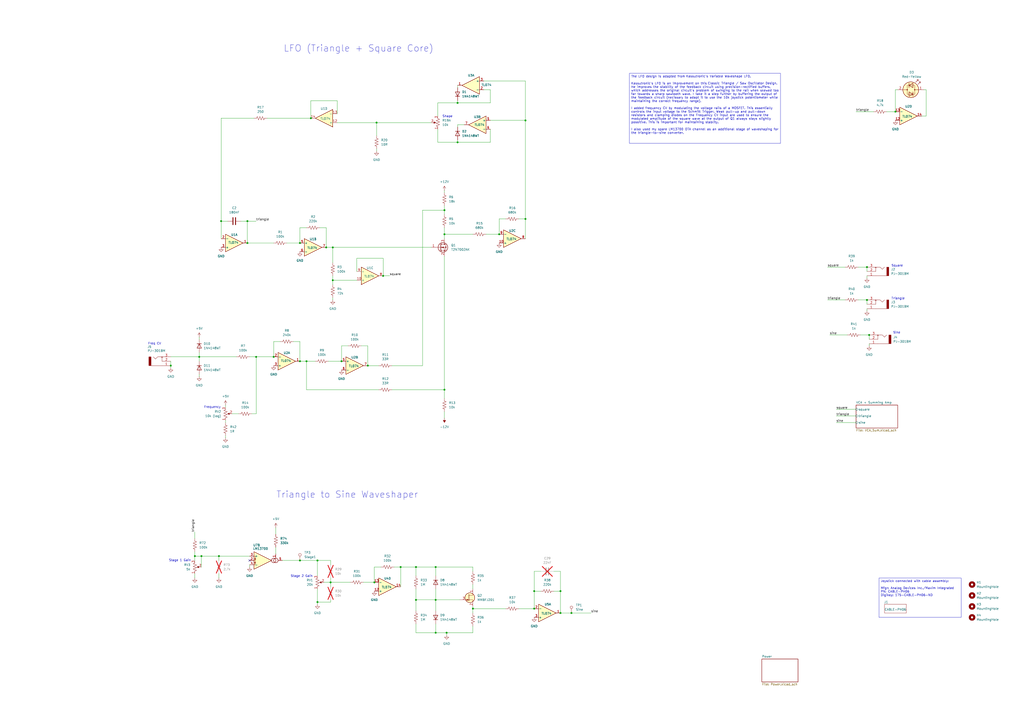
<source format=kicad_sch>
(kicad_sch (version 20250114) (generator "eeschema") (generator_version "9.0")
  (paper "A2")
  (lib_symbols
    (symbol "Amplifier_Operational:TL074" (pin_names (offset 0.127))
      (property "Reference" "U" (at 0 5.08 0))
      (property "Value" "TL074" (at 0 -5.08 0))
      (symbol "TL074_1_1"
        (pin input line (at -7.62 2.54 0) (length 2.54) (name "+") (number "3"))
        (pin input line (at -7.62 -2.54 0) (length 2.54) (name "-") (number "2"))
        (pin output line (at 7.62 0 180) (length 2.54) (name "~") (number "1"))
      )
      (symbol "TL074_2_1"
        (pin input line (at -7.62 2.54 0) (length 2.54) (name "+") (number "5"))
        (pin input line (at -7.62 -2.54 0) (length 2.54) (name "-") (number "6"))
        (pin output line (at 7.62 0 180) (length 2.54) (name "~") (number "7"))
      )
      (symbol "TL074_3_1"
        (pin input line (at -7.62 2.54 0) (length 2.54) (name "+") (number "10"))
        (pin input line (at -7.62 -2.54 0) (length 2.54) (name "-") (number "9"))
        (pin output line (at 7.62 0 180) (length 2.54) (name "~") (number "8"))
      )
      (symbol "TL074_4_1"
        (pin input line (at -7.62 2.54 0) (length 2.54) (name "+") (number "12"))
        (pin input line (at -7.62 -2.54 0) (length 2.54) (name "-") (number "13"))
        (pin output line (at 7.62 0 180) (length 2.54) (name "~") (number "14"))
      )
      (symbol "TL074_5_1"
        (pin power_in line (at -2.54 7.62 270) (length 3.81) (name "V+") (number "4"))
        (pin power_in line (at -2.54 -7.62 90) (length 3.81) (name "V-") (number "11"))
      )
    )
    (symbol "Connector:TestPoint" (pin_numbers (hide yes)) (pin_names (offset 0.762) (hide yes))
      (property "Reference" "TP" (at 0 6.858 0))
      (property "Value" "TestPoint" (at 0 5.08 0))
      (symbol "TestPoint_1_1"
        (pin passive line (at 0 0 90) (length 2.54) (name "1") (number "1"))
      )
    )
    (symbol "Device:C" (pin_numbers (hide yes)) (pin_names (offset 0.254))
      (property "Reference" "C" (at 0.635 2.54 0))
      (property "Value" "C" (at 0.635 -2.54 0))
      (symbol "C_1_1"
        (pin passive line (at 0 3.81 270) (length 2.794) (name "~") (number "1"))
        (pin passive line (at 0 -3.81 90) (length 2.794) (name "~") (number "2"))
      )
    )
    (symbol "Device:LED_Dual_Bidirectional" (pin_names (offset 0) (hide yes))
      (property "Reference" "D" (at 0 5.715 0))
      (property "Value" "LED_Dual_Bidirectional" (at 0 -6.35 0))
      (symbol "LED_Dual_Bidirectional_1_1"
        (pin input line (at -7.62 0 0) (length 3.048) (name "AK") (number "2"))
        (pin input line (at 7.62 0 180) (length 3.81) (name "KA") (number "1"))
      )
    )
    (symbol "Device:R_Potentiometer_US" (pin_names (offset 1.016) (hide yes))
      (property "Reference" "RV" (at -4.445 0 90))
      (property "Value" "R_Potentiometer_US" (at -2.54 0 90))
      (symbol "R_Potentiometer_US_1_1"
        (pin passive line (at 0 3.81 270) (length 1.27) (name "1") (number "1"))
        (pin passive line (at 0 -3.81 90) (length 1.27) (name "3") (number "3"))
        (pin passive line (at 3.81 0 180) (length 1.27) (name "2") (number "2"))
      )
    )
    (symbol "Device:R_US" (pin_numbers (hide yes)) (pin_names (offset 0))
      (property "Reference" "R" (at 2.54 0 90))
      (property "Value" "R_US" (at -2.54 0 90))
      (symbol "R_US_1_1"
        (pin passive line (at 0 3.81 270) (length 1.27) (name "~") (number "1"))
        (pin passive line (at 0 -3.81 90) (length 1.27) (name "~") (number "2"))
      )
    )
    (symbol "Diode:1N4148WT" (pin_numbers (hide yes)) (pin_names (hide yes))
      (property "Reference" "D" (at 0 2.54 0))
      (property "Value" "1N4148WT" (at 0 -2.54 0))
      (symbol "1N4148WT_1_1"
        (pin passive line (at -3.81 0 0) (length 2.54) (name "K") (number "1"))
        (pin passive line (at 3.81 0 180) (length 2.54) (name "A") (number "2"))
      )
    )
    (symbol "Mechanical:MountingHole" (pin_names (offset 1.016)) (exclude_from_sim yes) (in_bom no)
      (property "Reference" "H" (at 0 5.08 0))
      (property "Value" "MountingHole" (at 0 3.175 0))
    )
    (symbol "OspreyIntruments:3.5mm_TS_SW_End"
      (property "Reference" "J" (at -4.572 4.572 0))
      (property "Value" "PJ-301BM" (at 0 -4.064 0))
      (symbol "3.5mm_TS_SW_End_1_1"
        (pin passive line (at 7.62 2.54 180) (length 5.08) (name "T") (number "3"))
        (pin passive line (at 7.62 0 180) (length 5.08) (name "SW") (number "2"))
        (pin passive line (at 7.62 -2.54 180) (length 5.08) (name "S") (number "1"))
      )
    )
    (symbol "OspreyIntruments:CABLE-PH06" (on_board no)
      (property "Reference" "J" (at -4.572 4.064 0))
      (property "Value" "CABLE-PH06" (at 1.016 0 0))
    )
    (symbol "OspreyIntruments:JH-D202X-R4"
      (property "Reference" "R" (at 0.762 5.08 0))
      (property "Value" "10k" (at 1.27 2.794 0))
      (symbol "JH-D202X-R4_1_1"
        (pin passive line (at -2.54 0 0) (length 1.27) (name "3") (number "3"))
        (pin passive line (at 1.27 -3.81 90) (length 1.27) (name "2") (number "2"))
        (pin passive line (at 5.08 0 180) (length 1.27) (name "1") (number "1"))
      )
      (symbol "JH-D202X-R4_2_1"
        (pin passive line (at -2.54 0 0) (length 1.27) (name "6") (number "6"))
        (pin passive line (at 1.27 -3.81 90) (length 1.27) (name "5") (number "5"))
        (pin passive line (at 5.08 0 180) (length 1.27) (name "4") (number "4"))
      )
    )
    (symbol "OspreyIntruments:LM13700"
      (property "Reference" "U" (at -4.572 6.096 0))
      (property "Value" "LM13700" (at 3.81 -6.858 0))
      (symbol "LM13700_1_1"
        (pin input line (at -2.54 2.54 0) (length 2.54) (name "-") (number "13"))
        (pin input line (at -2.54 0 0) (length 2.54) (name "DIODE_BIAS") (number "15"))
        (pin input line (at -2.54 -2.54 0) (length 2.54) (name "+") (number "14"))
        (pin input line (at 12.7 -3.81 90) (length 2.54) (name "~") (number "16"))
        (pin output line (at 16.51 0 180) (length 2.54) (name "~") (number "12"))
      )
      (symbol "LM13700_2_1"
        (pin input line (at -2.54 2.54 0) (length 2.54) (name "-") (number "4"))
        (pin input line (at -2.54 0 0) (length 2.54) (name "DIODE_BIAS") (number "2"))
        (pin input line (at -2.54 -2.54 0) (length 2.54) (name "+") (number "3"))
        (pin input line (at 12.7 -3.81 90) (length 2.54) (name "~") (number "1"))
        (pin output line (at 16.51 0 180) (length 2.54) (name "~") (number "5"))
      )
      (symbol "LM13700_3_1"
        (text "V+" (at 0 3.81 0) (effects (font (size 1.27 1.27))))
        (pin input line (at -5.08 0 0) (length 3.81) (name "~") (number "10"))
        (pin output line (at 5.08 -2.54 180) (length 3.81) (name "~") (number "9"))
      )
      (symbol "LM13700_4_0"
        (text "V+" (at 0 3.81 0) (effects (font (size 1.27 1.27))))
      )
      (symbol "LM13700_4_1"
        (pin input line (at -5.08 0 0) (length 3.81) (name "~") (number "7"))
        (pin output line (at 5.08 -2.54 180) (length 3.81) (name "~") (number "8"))
      )
      (symbol "LM13700_5_1"
        (pin power_in line (at 0 7.62 270) (length 3.81) (name "V+") (number "11"))
        (pin power_in line (at 0 -7.62 90) (length 3.81) (name "V-") (number "6"))
      )
    )
    (symbol "PCM_Transistor_JFET_AKL:MMBFJ201" (pin_names (hide yes))
      (property "Reference" "Q" (at 5.08 1.27 0))
      (property "Value" "MMBFJ201" (at 5.08 -1.27 0))
      (symbol "MMBFJ201_1_1"
        (pin input line (at -5.08 -1.27 0) (length 4.4958) (name "G") (number "3"))
        (pin passive line (at 2.54 5.08 270) (length 2.54) (name "D") (number "1"))
        (pin passive line (at 2.54 -5.08 90) (length 2.54) (name "S") (number "2"))
      )
    )
    (symbol "Transistor_FET:T2N7002AK" (pin_names (hide yes))
      (property "Reference" "Q" (at 5.08 1.905 0))
      (property "Value" "T2N7002AK" (at 5.08 0 0))
      (symbol "T2N7002AK_1_1"
        (pin input line (at -5.08 0 0) (length 2.54) (name "G") (number "1"))
        (pin passive line (at 2.54 5.08 270) (length 2.54) (name "D") (number "3"))
        (pin passive line (at 2.54 -5.08 90) (length 2.54) (name "S") (number "2"))
      )
    )
    (symbol "power:+12V" (power) (pin_numbers (hide yes)) (pin_names (offset 0) (hide yes))
      (property "Value" "+12V" (at 0 3.556 0))
      (symbol "+12V_1_1"
        (pin power_in line (at 0 0 90) (length 0) (name "~") (number "1"))
      )
    )
    (symbol "power:+5V" (power) (pin_numbers (hide yes)) (pin_names (offset 0) (hide yes))
      (property "Value" "+5V" (at 0 3.556 0))
      (symbol "+5V_1_1"
        (pin power_in line (at 0 0 90) (length 0) (name "~") (number "1"))
      )
    )
    (symbol "power:-12V" (power) (pin_numbers (hide yes)) (pin_names (offset 0) (hide yes))
      (property "Value" "-12V" (at 0 3.556 0))
      (symbol "-12V_0_0"
        (pin power_in line (at 0 0 90) (length 0) (name "~") (number "1"))
      )
    )
    (symbol "power:GND" (power) (pin_numbers (hide yes)) (pin_names (offset 0) (hide yes))
      (property "Value" "GND" (at 0 -3.81 0))
      (symbol "GND_1_1"
        (pin power_in line (at 0 0 270) (length 0) (name "~") (number "1"))
      )
    )
  )
  (text "Stage 1 Gain" (at 104.394 325.12 0) (effects (font (size 1.27 1.27))))
  (text "Shape" (at 259.588 67.564 0) (effects (font (size 1.27 1.27))))
  (text "Kassutronic's Variable Waveshape LFO." (at 416.814 44.45 0) (effects (font (size 1.27 1.27))))
  (text "Classic Triangle / Saw Oscillator Design." (at 430.784 48.514 0) (effects (font (size 1.27 1.27))))
  (text "Triangle" (at 520.954 173.228 0) (effects (font (size 1.27 1.27))))
  (text "Stage 2 Gain" (at 175.006 334.264 0) (effects (font (size 1.27 1.27))))
  (text "Sine" (at 520.192 193.04 0) (effects (font (size 1.27 1.27))))
  (text "Freq CV" (at 89.662 199.39 0) (effects (font (size 1.27 1.27))))
  (text "Frequency\n" (at 123.19 236.22 0) (effects (font (size 1.27 1.27))))
  (text "Triangle to Sine Waveshaper" (at 201.422 287.02 0) (effects (font (size 3.81 3.81))))
  (text "LFO (Triangle + Square Core)" (at 208.026 28.194 0) (effects (font (size 3.81 3.81))))
  (text "Square" (at 520.446 154.178 0) (effects (font (size 1.27 1.27))))
  (text_box "Joystick connected with cable assembly:\n\nMfgr: Analog Devices Inc./Maxim Integrated\nPN: CABLE-PH06\nDigikey: 175-CABLE-PH06-ND" (at 509.905 335.28 0) (size 47.625 22.86) (margins 0.9525 0.9525 0.9525 0.9525) (effects (font (size 1.27 1.27)) (justify left top)))
  (text_box "The LFO design is adapted from \n\nKassutronic's LFO is an improvement on this\nHe improves the stability of the feedback circuit using precision-rectified buffers, which addresses the original circuit's problem of swinging to the rail when skewed too far towards a sharp sawtooth wave. I take it a step further by buffering the output of the feedback circuit (necissary to adapt it to use the 10k joystick potentiometer while maintaining the correct frequency range).\n\nI added frequency CV by modulating the voltage rails of a MOSFET. This essentially controls the input voltage to the Schmitt Trigger. Weak pull-up and pull-down resistors and clamping diodes on the Frequency CV input are used to ensure the modulated amplitude of the square wave at the output of Q1 always stays slightly possitive. This is important for maintaining stablity. \n\nI also used my spare LM13700 OTA channel as an additional stage of waveshaping for the triangle-to-sine converter.\n\n" (at 365.125 42.545 0) (size 87.63 40.64) (margins 0.9525 0.9525 0.9525 0.9525) (effects (font (size 1.27 1.27)) (justify left top)))
  (junction (at 252.73 367.03))
  (junction (at 252.73 347.98))
  (junction (at 504.19 194.31))
  (junction (at 148.59 207.01))
  (junction (at 193.04 143.51))
  (junction (at 213.36 212.09))
  (junction (at 265.43 59.69))
  (junction (at 184.15 325.12))
  (junction (at 252.73 328.93))
  (junction (at 257.81 121.92))
  (junction (at 113.03 322.58))
  (junction (at 502.92 154.94))
  (junction (at 257.81 135.89))
  (junction (at 173.99 140.97))
  (junction (at 265.43 82.55))
  (junction (at 222.25 160.02))
  (junction (at 309.88 353.06))
  (junction (at 198.12 209.55))
  (junction (at 304.8 69.85))
  (junction (at 304.8 127))
  (junction (at 184.15 349.25))
  (junction (at 232.41 328.93))
  (junction (at 158.75 207.01))
  (junction (at 173.99 209.55))
  (junction (at 143.51 128.27))
  (junction (at 128.27 128.27))
  (junction (at 99.06 212.09))
  (junction (at 177.8 209.55))
  (junction (at 257.81 226.06))
  (junction (at 502.92 173.99))
  (junction (at 116.84 322.58))
  (junction (at 189.23 143.51))
  (junction (at 143.51 140.97))
  (junction (at 289.56 135.89))
  (junction (at 309.88 342.9))
  (junction (at 193.04 162.56))
  (junction (at 191.77 337.82))
  (junction (at 241.3 328.93))
  (junction (at 259.08 367.03))
  (junction (at 331.47 355.6))
  (junction (at 127 322.58))
  (junction (at 274.32 353.06))
  (junction (at 325.12 355.6))
  (junction (at 241.3 347.98))
  (junction (at 325.12 342.9))
  (junction (at 519.43 64.77))
  (junction (at 180.34 68.58))
  (junction (at 217.17 337.82))
  (junction (at 173.99 325.12))
  (junction (at 115.57 207.01))
  (junction (at 218.44 71.12))
  (no_connect (at 144.78 325.12))
  (wire (pts (xy 146.05 240.03) (xy 148.59 240.03)))
  (wire (pts (xy 284.48 52.07) (xy 284.48 59.69)))
  (wire (pts (xy 163.83 325.12) (xy 173.99 325.12)))
  (wire (pts (xy 113.03 308.61) (xy 113.03 312.42)))
  (wire (pts (xy 193.04 173.99) (xy 193.04 172.72)))
  (wire (pts (xy 481.33 194.31) (xy 491.49 194.31)))
  (wire (pts (xy 252.73 328.93) (xy 241.3 328.93)))
  (wire (pts (xy 304.8 127) (xy 304.8 138.43)))
  (wire (pts (xy 257.81 135.89) (xy 257.81 138.43)))
  (wire (pts (xy 252.73 328.93) (xy 252.73 334.01)))
  (wire (pts (xy 257.81 132.08) (xy 257.81 135.89)))
  (wire (pts (xy 195.58 71.12) (xy 218.44 71.12)))
  (wire (pts (xy 480.06 154.94) (xy 490.22 154.94)))
  (wire (pts (xy 325.12 331.47) (xy 325.12 342.9)))
  (wire (pts (xy 158.75 198.12) (xy 158.75 207.01)))
  (wire (pts (xy 173.99 209.55) (xy 177.8 209.55)))
  (wire (pts (xy 502.92 161.29) (xy 502.92 160.02)))
  (wire (pts (xy 191.77 337.82) (xy 203.2 337.82)))
  (wire (pts (xy 241.3 341.63) (xy 241.3 347.98)))
  (wire (pts (xy 207.01 157.48) (xy 207.01 149.86)))
  (wire (pts (xy 173.99 325.12) (xy 184.15 325.12)))
  (wire (pts (xy 537.21 67.31) (xy 534.67 67.31)))
  (wire (pts (xy 480.06 173.99) (xy 490.22 173.99)))
  (wire (pts (xy 537.21 52.07) (xy 537.21 67.31)))
  (wire (pts (xy 184.15 349.25) (xy 184.15 350.52)))
  (wire (pts (xy 274.32 331.47) (xy 274.32 328.93)))
  (wire (pts (xy 148.59 240.03) (xy 148.59 207.01)))
  (wire (pts (xy 227.33 226.06) (xy 257.81 226.06)))
  (wire (pts (xy 245.11 212.09) (xy 245.11 121.92)))
  (wire (pts (xy 519.43 64.77) (xy 519.43 52.07)))
  (wire (pts (xy 257.81 119.38) (xy 257.81 121.92)))
  (wire (pts (xy 257.81 226.06) (xy 257.81 231.14)))
  (wire (pts (xy 241.3 367.03) (xy 252.73 367.03)))
  (wire (pts (xy 177.8 226.06) (xy 177.8 209.55)))
  (wire (pts (xy 274.32 328.93) (xy 252.73 328.93)))
  (wire (pts (xy 257.81 238.76) (xy 257.81 242.57)))
  (wire (pts (xy 497.84 154.94) (xy 502.92 154.94)))
  (wire (pts (xy 189.23 132.08) (xy 189.23 143.51)))
  (wire (pts (xy 191.77 325.12) (xy 184.15 325.12)))
  (wire (pts (xy 147.32 68.58) (xy 128.27 68.58)))
  (wire (pts (xy 504.19 200.66) (xy 504.19 199.39)))
  (wire (pts (xy 274.32 135.89) (xy 257.81 135.89)))
  (wire (pts (xy 252.73 361.95) (xy 252.73 367.03)))
  (wire (pts (xy 170.18 198.12) (xy 173.99 198.12)))
  (wire (pts (xy 191.77 327.66) (xy 191.77 325.12)))
  (wire (pts (xy 284.48 59.69) (xy 265.43 59.69)))
  (wire (pts (xy 143.51 128.27) (xy 148.59 128.27)))
  (wire (pts (xy 499.11 194.31) (xy 504.19 194.31)))
  (wire (pts (xy 502.92 180.34) (xy 502.92 179.07)))
  (wire (pts (xy 209.55 200.66) (xy 213.36 200.66)))
  (wire (pts (xy 193.04 162.56) (xy 193.04 160.02)))
  (wire (pts (xy 265.43 81.28) (xy 265.43 82.55)))
  (wire (pts (xy 160.02 306.07) (xy 160.02 309.88)))
  (wire (pts (xy 241.3 361.95) (xy 241.3 367.03)))
  (wire (pts (xy 116.84 322.58) (xy 113.03 322.58)))
  (wire (pts (xy 274.32 367.03) (xy 274.32 363.22)))
  (wire (pts (xy 257.81 121.92) (xy 257.81 124.46)))
  (wire (pts (xy 218.44 86.36) (xy 218.44 87.63)))
  (wire (pts (xy 293.37 127) (xy 289.56 127)))
  (wire (pts (xy 127 325.12) (xy 127 322.58)))
  (wire (pts (xy 289.56 127) (xy 289.56 135.89)))
  (wire (pts (xy 116.84 322.58) (xy 127 322.58)))
  (wire (pts (xy 257.81 226.06) (xy 257.81 148.59)))
  (wire (pts (xy 213.36 200.66) (xy 213.36 212.09)))
  (wire (pts (xy 497.84 173.99) (xy 502.92 173.99)))
  (wire (pts (xy 127 332.74) (xy 127 335.28)))
  (wire (pts (xy 115.57 207.01) (xy 137.16 207.01)))
  (wire (pts (xy 284.48 52.07) (xy 280.67 52.07)))
  (wire (pts (xy 537.21 52.07) (xy 535.94 52.07)))
  (wire (pts (xy 201.93 200.66) (xy 198.12 200.66)))
  (wire (pts (xy 280.67 46.99) (xy 304.8 46.99)))
  (wire (pts (xy 190.5 209.55) (xy 198.12 209.55)))
  (wire (pts (xy 166.37 140.97) (xy 173.99 140.97)))
  (wire (pts (xy 220.98 328.93) (xy 217.17 328.93)))
  (wire (pts (xy 257.81 110.49) (xy 257.81 111.76)))
  (wire (pts (xy 300.99 353.06) (xy 309.88 353.06)))
  (wire (pts (xy 485.14 245.11) (xy 496.57 245.11)))
  (wire (pts (xy 130.81 252.73) (xy 130.81 254)))
  (wire (pts (xy 313.69 331.47) (xy 309.88 331.47)))
  (wire (pts (xy 222.25 160.02) (xy 226.06 160.02)))
  (wire (pts (xy 325.12 342.9) (xy 325.12 355.6)))
  (wire (pts (xy 180.34 58.42) (xy 180.34 68.58)))
  (wire (pts (xy 113.03 320.04) (xy 113.03 322.58)))
  (wire (pts (xy 130.81 234.95) (xy 130.81 236.22)))
  (wire (pts (xy 195.58 58.42) (xy 195.58 66.04)))
  (wire (pts (xy 99.06 207.01) (xy 115.57 207.01)))
  (wire (pts (xy 115.57 204.47) (xy 115.57 207.01)))
  (wire (pts (xy 227.33 212.09) (xy 245.11 212.09)))
  (wire (pts (xy 222.25 149.86) (xy 222.25 160.02)))
  (wire (pts (xy 232.41 328.93) (xy 232.41 340.36)))
  (wire (pts (xy 213.36 212.09) (xy 219.71 212.09)))
  (wire (pts (xy 218.44 71.12) (xy 250.19 71.12)))
  (wire (pts (xy 162.56 198.12) (xy 158.75 198.12)))
  (wire (pts (xy 502.92 154.94) (xy 502.92 157.48)))
  (wire (pts (xy 128.27 128.27) (xy 128.27 138.43)))
  (wire (pts (xy 265.43 82.55) (xy 254 82.55)))
  (wire (pts (xy 130.81 243.84) (xy 130.81 245.11)))
  (wire (pts (xy 193.04 162.56) (xy 193.04 165.1)))
  (wire (pts (xy 177.8 209.55) (xy 182.88 209.55)))
  (wire (pts (xy 309.88 331.47) (xy 309.88 342.9)))
  (wire (pts (xy 184.15 325.12) (xy 184.15 334.01)))
  (wire (pts (xy 217.17 328.93) (xy 217.17 337.82)))
  (wire (pts (xy 265.43 59.69) (xy 254 59.69)))
  (wire (pts (xy 191.77 337.82) (xy 191.77 340.36)))
  (wire (pts (xy 218.44 71.12) (xy 218.44 78.74)))
  (wire (pts (xy 485.14 241.3) (xy 496.57 241.3)))
  (wire (pts (xy 284.48 69.85) (xy 304.8 69.85)))
  (wire (pts (xy 219.71 226.06) (xy 177.8 226.06)))
  (wire (pts (xy 207.01 149.86) (xy 222.25 149.86)))
  (wire (pts (xy 300.99 127) (xy 304.8 127)))
  (wire (pts (xy 245.11 121.92) (xy 257.81 121.92)))
  (wire (pts (xy 128.27 68.58) (xy 128.27 128.27)))
  (wire (pts (xy 115.57 217.17) (xy 115.57 218.44)))
  (wire (pts (xy 274.32 353.06) (xy 293.37 353.06)))
  (wire (pts (xy 113.03 332.74) (xy 113.03 335.28)))
  (wire (pts (xy 313.69 342.9) (xy 309.88 342.9)))
  (wire (pts (xy 259.08 367.03) (xy 259.08 368.3)))
  (wire (pts (xy 173.99 198.12) (xy 173.99 209.55)))
  (wire (pts (xy 254 59.69) (xy 254 67.31)))
  (wire (pts (xy 321.31 342.9) (xy 325.12 342.9)))
  (wire (pts (xy 252.73 347.98) (xy 241.3 347.98)))
  (wire (pts (xy 284.48 82.55) (xy 265.43 82.55)))
  (wire (pts (xy 193.04 143.51) (xy 250.19 143.51)))
  (wire (pts (xy 132.08 128.27) (xy 128.27 128.27)))
  (wire (pts (xy 185.42 132.08) (xy 189.23 132.08)))
  (wire (pts (xy 309.88 342.9) (xy 309.88 353.06)))
  (wire (pts (xy 504.19 194.31) (xy 504.19 196.85)))
  (wire (pts (xy 496.57 64.77) (xy 506.73 64.77)))
  (wire (pts (xy 254 82.55) (xy 254 74.93)))
  (wire (pts (xy 127 322.58) (xy 144.78 322.58)))
  (wire (pts (xy 514.35 64.77) (xy 519.43 64.77)))
  (wire (pts (xy 193.04 143.51) (xy 193.04 152.4)))
  (wire (pts (xy 325.12 355.6) (xy 331.47 355.6)))
  (wire (pts (xy 252.73 347.98) (xy 252.73 354.33)))
  (wire (pts (xy 184.15 341.63) (xy 184.15 349.25)))
  (wire (pts (xy 198.12 200.66) (xy 198.12 209.55)))
  (wire (pts (xy 228.6 328.93) (xy 232.41 328.93)))
  (wire (pts (xy 281.94 135.89) (xy 289.56 135.89)))
  (wire (pts (xy 241.3 328.93) (xy 232.41 328.93)))
  (wire (pts (xy 265.43 58.42) (xy 265.43 59.69)))
  (wire (pts (xy 241.3 347.98) (xy 241.3 354.33)))
  (wire (pts (xy 144.78 328.93) (xy 144.78 327.66)))
  (wire (pts (xy 160.02 317.5) (xy 160.02 321.31)))
  (wire (pts (xy 210.82 337.82) (xy 217.17 337.82)))
  (wire (pts (xy 115.57 195.58) (xy 115.57 196.85)))
  (wire (pts (xy 304.8 69.85) (xy 304.8 127)))
  (wire (pts (xy 116.84 322.58) (xy 116.84 328.93)))
  (wire (pts (xy 502.92 173.99) (xy 502.92 176.53)))
  (wire (pts (xy 485.14 237.49) (xy 496.57 237.49)))
  (wire (pts (xy 331.47 355.6) (xy 342.9 355.6)))
  (wire (pts (xy 143.51 140.97) (xy 158.75 140.97)))
  (wire (pts (xy 265.43 49.53) (xy 265.43 50.8)))
  (wire (pts (xy 115.57 207.01) (xy 115.57 209.55)))
  (wire (pts (xy 259.08 367.03) (xy 274.32 367.03)))
  (wire (pts (xy 177.8 132.08) (xy 173.99 132.08)))
  (wire (pts (xy 134.62 240.03) (xy 138.43 240.03)))
  (wire (pts (xy 184.15 349.25) (xy 191.77 349.25)))
  (wire (pts (xy 269.24 72.39) (xy 265.43 72.39)))
  (wire (pts (xy 139.7 128.27) (xy 143.51 128.27)))
  (wire (pts (xy 187.96 337.82) (xy 191.77 337.82)))
  (wire (pts (xy 180.34 58.42) (xy 195.58 58.42)))
  (wire (pts (xy 207.01 162.56) (xy 193.04 162.56)))
  (wire (pts (xy 274.32 351.79) (xy 274.32 353.06)))
  (wire (pts (xy 99.06 212.09) (xy 99.06 213.36)))
  (wire (pts (xy 266.7 347.98) (xy 252.73 347.98)))
  (wire (pts (xy 252.73 341.63) (xy 252.73 347.98)))
  (wire (pts (xy 274.32 353.06) (xy 274.32 355.6)))
  (wire (pts (xy 143.51 128.27) (xy 143.51 140.97)))
  (wire (pts (xy 304.8 46.99) (xy 304.8 69.85)))
  (wire (pts (xy 519.43 52.07) (xy 520.7 52.07)))
  (wire (pts (xy 284.48 74.93) (xy 284.48 82.55)))
  (wire (pts (xy 144.78 207.01) (xy 148.59 207.01)))
  (wire (pts (xy 99.06 209.55) (xy 99.06 212.09)))
  (wire (pts (xy 113.03 322.58) (xy 113.03 325.12)))
  (wire (pts (xy 265.43 72.39) (xy 265.43 73.66)))
  (wire (pts (xy 241.3 328.93) (xy 241.3 334.01)))
  (wire (pts (xy 148.59 207.01) (xy 158.75 207.01)))
  (wire (pts (xy 321.31 331.47) (xy 325.12 331.47)))
  (wire (pts (xy 193.04 143.51) (xy 189.23 143.51)))
  (wire (pts (xy 191.77 335.28) (xy 191.77 337.82)))
  (wire (pts (xy 252.73 367.03) (xy 259.08 367.03)))
  (wire (pts (xy 274.32 341.63) (xy 274.32 339.09)))
  (wire (pts (xy 173.99 132.08) (xy 173.99 140.97)))
  (wire (pts (xy 154.94 68.58) (xy 180.34 68.58)))
  (wire (pts (xy 191.77 347.98) (xy 191.77 349.25)))
  (label "triangle" (at 113.03 308.61 90))
  (label "triangle" (at 480.06 173.99 0))
  (label "triangle" (at 496.57 64.77 0))
  (label "triangle" (at 148.59 128.27 0))
  (label "square" (at 226.06 160.02 0))
  (label "sine" (at 481.33 194.31 0))
  (label "triangle" (at 485.14 241.3 0))
  (label "sine" (at 485.14 245.11 0))
  (label "square" (at 485.14 237.49 0))
  (label "sine" (at 342.9 355.6 0))
  (label "square" (at 480.06 154.94 0))
  (symbol (lib_id "Device:R_US") (at 317.5 342.9 90) (unit 1)
    (property "Reference" "R38" (at 317.5 336.55 90))
    (property "Value" "220k" (at 317.5 339.09 90))
    (property "Description" "Resistor, US symbol" (effects (hide yes)))
  )
  (symbol (lib_id "Connector:TestPoint") (at 331.47 355.6 0) (unit 1)
    (property "Reference" "TP1" (at 334.01 351.0279 0) (effects (justify left)))
    (property "Value" "Sine" (at 334.01 353.5679 0) (effects (justify left)))
    (property "Footprint" "Osprey:5016" (effects (hide yes)))
    (property "Datasheet" "https://www.keyelco.com/userAssets/file/M65p55.pdf" (effects (hide yes)))
    (property "Description" "test point" (effects (hide yes)))
    (property "Manufacturer" "Keystone Electronics" (effects (hide yes)))
    (property "Part Number" "5016" (effects (hide yes)))
  )
  (symbol (lib_id "power:GND") (at 130.81 254 0) (unit 1)
    (property "Reference" "#PWR030" (effects (hide yes)))
    (property "Value" "GND" (at 130.81 259.08 0))
    (property "Description" "Power symbol creates a global label with name \"GND\" , ground" (effects (hide yes)))
  )
  (symbol (lib_id "OspreyIntruments:LM13700") (at 147.32 325.12 0) (mirror x) (unit 2)
    (property "Reference" "U7" (at 148.844 316.23 0))
    (property "Value" "LM13700" (at 151.13 318.262 0))
    (property "Footprint" "Package_SO:SOIC-16_3.9x9.9mm_P1.27mm" (effects (hide yes)))
    (property "Datasheet" "https://rocelec.widen.net/view/pdf/i0whh3ljrz/snosbw2f.pdf?t.download=true&u=5oefqw" (effects (hide yes)))
    (property "Description" "IC OPAMP TRANSCOND 2 CIRC 16SOIC" (effects (hide yes)))
    (property "Manufacturer" "Texas Instruments" (effects (hide yes)))
    (property "Part Number" "LM13700MX/NOPB" (effects (hide yes)))
  )
  (symbol (lib_id "Amplifier_Operational:TL074") (at 527.05 67.31 0) (mirror x) (unit 4)
    (property "Reference" "U2" (at 527.05 61.722 0))
    (property "Value" "TL074" (at 526.288 67.564 0))
    (property "Datasheet" "http://www.ti.com/lit/ds/symlink/tl071.pdf" (effects (hide yes)))
    (property "Description" "Quad Low-Noise JFET-Input Operational Amplifiers, DIP-14/SOIC-14" (effects (hide yes)))
  )
  (symbol (lib_id "Device:R_US") (at 193.04 156.21 180) (unit 1)
    (property "Reference" "R3" (at 195.58 154.9399 0) (effects (justify right)))
    (property "Value" "100k" (at 195.58 157.4799 0) (effects (justify right)))
    (property "Description" "Resistor, US symbol" (effects (hide yes)))
  )
  (symbol (lib_id "Diode:1N4148WT") (at 252.73 358.14 90) (unit 1)
    (property "Reference" "D9" (at 255.27 356.8699 90) (effects (justify right)))
    (property "Value" "1N4148WT" (at 255.27 359.4099 90) (effects (justify right)))
    (property "Footprint" "Diode_SMD:D_SOD-523" (effects (hide yes)))
    (property "Datasheet" "https://www.diodes.com/assets/Datasheets/ds30396.pdf" (effects (hide yes)))
    (property "Description" "75V 0.15A Fast switching Diode, SOD-523" (effects (hide yes)))
    (property "Sim.Device" "D" (effects (hide yes)))
    (property "Sim.Pins" "1=K 2=A" (effects (hide yes)))
  )
  (symbol (lib_id "Device:R_US") (at 257.81 115.57 180) (unit 1)
    (property "Reference" "R6" (at 260.35 114.2999 0) (effects (justify right)))
    (property "Value" "18k" (at 260.35 116.8399 0) (effects (justify right)))
    (property "Description" "Resistor, US symbol" (effects (hide yes)))
  )
  (symbol (lib_id "OspreyIntruments:3.5mm_TS_SW_End") (at 510.54 176.53 0) (mirror y) (unit 1)
    (property "Reference" "J3" (at 516.89 175.2599 0) (effects (justify right)))
    (property "Value" "PJ-301BM" (at 516.89 177.7999 0) (effects (justify right)))
    (property "Footprint" "Osprey:PJ-301BM" (effects (hide yes)))
    (property "Datasheet" "http://www.taydaelectronics.com/datasheets/files/A-2566.pdf" (effects (hide yes)))
    (property "Description" "PJ-301BM 3.5mm Mono Phone Jack" (effects (hide yes)))
    (property "Manufacturer" "TAYDA" (effects (hide yes)))
    (property "Part Number" "PJ-301BM" (effects (hide yes)))
    (property "Distributor" "TAYDA" (effects (hide yes)))
    (property "SKU" " A-2566" (effects (hide yes)))
  )
  (symbol (lib_id "Amplifier_Operational:TL074") (at 214.63 160.02 0) (mirror x) (unit 3)
    (property "Reference" "U1" (at 214.63 155.448 0))
    (property "Value" "TL074" (at 214.122 160.274 0))
    (property "Datasheet" "http://www.ti.com/lit/ds/symlink/tl071.pdf" (effects (hide yes)))
    (property "Description" "Quad Low-Noise JFET-Input Operational Amplifiers, DIP-14/SOIC-14" (effects (hide yes)))
  )
  (symbol (lib_id "power:-12V") (at 257.81 242.57 180) (unit 1)
    (property "Reference" "#PWR09" (effects (hide yes)))
    (property "Value" "-12V" (at 257.81 247.65 0))
    (property "Description" "Power symbol creates a global label with name \"-12V\"" (effects (hide yes)))
  )
  (symbol (lib_id "Mechanical:MountingHole") (at 563.88 345.44 0) (unit 1) (exclude_from_sim yes) (in_bom no)
    (property "Reference" "H2" (at 566.42 344.1699 0) (effects (justify left)))
    (property "Value" "MountingHole" (at 566.42 346.7099 0) (effects (justify left)))
    (property "Footprint" "MountingHole:MountingHole_3.2mm_M3_ISO7380_Pad" (effects (hide yes)))
    (property "Description" "Mounting Hole without connection" (effects (hide yes)))
  )
  (symbol (lib_id "Device:R_US") (at 191.77 331.47 180) (unit 1) (dnp yes)
    (property "Reference" "R29" (at 194.31 330.1999 0) (effects (justify right)))
    (property "Value" "10k" (at 194.31 332.7399 0) (effects (justify right)))
    (property "Description" "Resistor, US symbol" (effects (hide yes)))
  )
  (symbol (lib_id "power:GND") (at 502.92 180.34 0) (unit 1)
    (property "Reference" "#PWR025" (effects (hide yes)))
    (property "Value" "GND" (at 502.92 185.42 0))
    (property "Description" "Power symbol creates a global label with name \"GND\" , ground" (effects (hide yes)))
  )
  (symbol (lib_id "Amplifier_Operational:TL074") (at 187.96 68.58 180) (unit 4)
    (property "Reference" "U1" (at 187.96 62.992 0))
    (property "Value" "TL074" (at 188.722 68.834 0))
    (property "Datasheet" "http://www.ti.com/lit/ds/symlink/tl071.pdf" (effects (hide yes)))
    (property "Description" "Quad Low-Noise JFET-Input Operational Amplifiers, DIP-14/SOIC-14" (effects (hide yes)))
  )
  (symbol (lib_id "Device:R_US") (at 494.03 173.99 90) (unit 1)
    (property "Reference" "R40" (at 494.03 167.64 90))
    (property "Value" "1k" (at 494.03 170.18 90))
    (property "Description" "Resistor, US symbol" (effects (hide yes)))
  )
  (symbol (lib_id "Device:R_US") (at 257.81 234.95 180) (unit 1)
    (property "Reference" "R13" (at 260.35 233.6799 0) (effects (justify right)))
    (property "Value" "10k" (at 260.35 236.2199 0) (effects (justify right)))
    (property "Description" "Resistor, US symbol" (effects (hide yes)))
  )
  (symbol (lib_id "Device:R_US") (at 151.13 68.58 90) (unit 1)
    (property "Reference" "R17" (at 151.13 62.23 90))
    (property "Value" "250" (at 151.13 64.77 90))
    (property "Description" "Resistor, US symbol" (effects (hide yes)))
  )
  (symbol (lib_id "Device:R_US") (at 274.32 359.41 180) (unit 1)
    (property "Reference" "R36" (at 276.86 358.1399 0) (effects (justify right)))
    (property "Value" "1k" (at 276.86 360.6799 0) (effects (justify right)))
    (property "Description" "Resistor, US symbol" (effects (hide yes)))
  )
  (symbol (lib_id "Device:R_US") (at 207.01 337.82 90) (unit 1)
    (property "Reference" "R31" (at 207.01 331.47 90))
    (property "Value" "100k" (at 207.01 334.01 90))
    (property "Description" "Resistor, US symbol" (effects (hide yes)))
  )
  (symbol (lib_id "power:GND") (at 99.06 213.36 0) (unit 1)
    (property "Reference" "#PWR027" (effects (hide yes)))
    (property "Value" "GND" (at 99.06 218.44 0))
    (property "Description" "Power symbol creates a global label with name \"GND\" , ground" (effects (hide yes)))
  )
  (symbol (lib_id "Device:R_US") (at 166.37 198.12 90) (unit 1)
    (property "Reference" "R8" (at 166.37 191.77 90))
    (property "Value" "240k" (at 166.37 194.31 90))
    (property "Description" "Resistor, US symbol" (effects (hide yes)))
  )
  (symbol (lib_id "Device:R_US") (at 510.54 64.77 90) (unit 1)
    (property "Reference" "R18" (at 510.54 58.42 90))
    (property "Value" "4.7k" (at 510.54 60.96 90))
    (property "Description" "Resistor, US symbol" (effects (hide yes)))
  )
  (symbol (lib_id "Device:R_US") (at 297.18 127 90) (unit 1)
    (property "Reference" "R16" (at 297.18 120.65 90))
    (property "Value" "680k" (at 297.18 123.19 90))
    (property "Description" "Resistor, US symbol" (effects (hide yes)))
  )
  (symbol (lib_id "Mechanical:MountingHole") (at 563.88 351.79 0) (unit 1) (exclude_from_sim yes) (in_bom no)
    (property "Reference" "H3" (at 566.42 350.5199 0) (effects (justify left)))
    (property "Value" "MountingHole" (at 566.42 353.0599 0) (effects (justify left)))
    (property "Footprint" "MountingHole:MountingHole_3.2mm_M3_ISO7380_Pad" (effects (hide yes)))
    (property "Description" "Mounting Hole without connection" (effects (hide yes)))
  )
  (symbol (lib_id "Device:C") (at 317.5 331.47 90) (unit 1) (dnp yes)
    (property "Reference" "C29" (at 317.5 323.85 90))
    (property "Value" "22nF" (at 317.5 326.39 90))
    (property "Description" "Unpolarized capacitor" (effects (hide yes)))
  )
  (symbol (lib_id "Device:R_US") (at 127 328.93 180) (unit 1) (dnp yes)
    (property "Reference" "R73" (at 129.54 327.6599 0) (effects (justify right)))
    (property "Value" "2.7k" (at 129.54 330.1999 0) (effects (justify right)))
    (property "Description" "Resistor, US symbol" (effects (hide yes)))
  )
  (symbol (lib_id "power:GND") (at 158.75 212.09 0) (unit 1)
    (property "Reference" "#PWR07" (effects (hide yes)))
    (property "Value" "GND" (at 158.75 217.17 0))
    (property "Description" "Power symbol creates a global label with name \"GND\" , ground" (effects (hide yes)))
  )
  (symbol (lib_id "power:GND") (at 289.56 140.97 0) (unit 1)
    (property "Reference" "#PWR010" (effects (hide yes)))
    (property "Value" "GND" (at 289.56 146.05 0))
    (property "Description" "Power symbol creates a global label with name \"GND\" , ground" (effects (hide yes)))
  )
  (symbol (lib_id "power:GND") (at 193.04 173.99 0) (unit 1)
    (property "Reference" "#PWR03" (effects (hide yes)))
    (property "Value" "GND" (at 193.04 179.07 0))
    (property "Description" "Power symbol creates a global label with name \"GND\" , ground" (effects (hide yes)))
  )
  (symbol (lib_id "Device:R_US") (at 241.3 337.82 180) (unit 1)
    (property "Reference" "R33" (at 243.84 336.5499 0) (effects (justify right)))
    (property "Value" "1M" (at 243.84 339.0899 0) (effects (justify right)))
    (property "Description" "Resistor, US symbol" (effects (hide yes)))
  )
  (symbol (lib_id "power:GND") (at 173.99 146.05 0) (unit 1)
    (property "Reference" "#PWR02" (effects (hide yes)))
    (property "Value" "GND" (at 173.99 151.13 0))
    (property "Description" "Power symbol creates a global label with name \"GND\" , ground" (effects (hide yes)))
  )
  (symbol (lib_id "power:+5V") (at 115.57 195.58 0) (unit 1)
    (property "Reference" "#PWR029" (effects (hide yes)))
    (property "Value" "+5V" (at 115.57 190.5 0))
    (property "Description" "Power symbol creates a global label with name \"+5V\"" (effects (hide yes)))
  )
  (symbol (lib_id "Amplifier_Operational:TL074") (at 205.74 212.09 0) (unit 2)
    (property "Reference" "U2" (at 205.74 207.264 0))
    (property "Value" "TL074" (at 205.232 212.344 0))
    (property "Datasheet" "http://www.ti.com/lit/ds/symlink/tl071.pdf" (effects (hide yes)))
    (property "Description" "Quad Low-Noise JFET-Input Operational Amplifiers, DIP-14/SOIC-14" (effects (hide yes)))
  )
  (symbol (lib_id "OspreyIntruments:3.5mm_TS_SW_End") (at 511.81 196.85 0) (mirror y) (unit 1)
    (property "Reference" "J4" (at 518.16 195.5799 0) (effects (justify right)))
    (property "Value" "PJ-301BM" (at 518.16 198.1199 0) (effects (justify right)))
    (property "Footprint" "Osprey:PJ-301BM" (effects (hide yes)))
    (property "Datasheet" "http://www.taydaelectronics.com/datasheets/files/A-2566.pdf" (effects (hide yes)))
    (property "Description" "PJ-301BM 3.5mm Mono Phone Jack" (effects (hide yes)))
    (property "Manufacturer" "TAYDA" (effects (hide yes)))
    (property "Part Number" "PJ-301BM" (effects (hide yes)))
    (property "Distributor" "TAYDA" (effects (hide yes)))
    (property "SKU" " A-2566" (effects (hide yes)))
  )
  (symbol (lib_id "Device:R_Potentiometer_US") (at 184.15 337.82 0) (mirror x) (unit 1)
    (property "Reference" "RV1" (at 181.61 336.5499 0) (effects (justify right)))
    (property "Value" "20k" (at 181.61 339.0899 0) (effects (justify right)))
    (property "Footprint" "Osprey:Potentiometer_Bourns_TC33X_Vertical_Fixed3D" (effects (hide yes)))
    (property "Datasheet" "https://www.bourns.com/docs/Product-Datasheets/TC33.pdf" (effects (hide yes)))
    (property "Description" "TRIMMER 20K OHM 0.15W J LEAD TOP" (effects (hide yes)))
    (property "Manufacturer" "Bourns Inc." (effects (hide yes)))
    (property "Part Number" "TC33X-2-203E" (effects (hide yes)))
  )
  (symbol (lib_id "OspreyIntruments:JH-D202X-R4") (at 254 69.85 270) (unit 1)
    (property "Reference" "R19" (at 256.54 69.8499 90) (effects (justify left)))
    (property "Value" "10k" (at 256.54 72.3899 90) (effects (justify left)))
    (property "Footprint" "Connector_JST:JST_PH_B6B-PH-SM4-TB_1x06-1MP_P2.00mm_Vertical" (effects (hide yes)))
    (property "Datasheet" "https://module-center.com/administrator/files/UploadFile/D202X-R4.pdf" (effects (hide yes)))
    (property "Description" "10k Mini Joystick XY" (effects (hide yes)))
    (property "Manufacturer" "Misc" (effects (hide yes)))
    (property "Part Number" "JH-D202X-R4" (effects (hide yes)))
  )
  (symbol (lib_id "Device:R_US") (at 162.56 140.97 90) (unit 1)
    (property "Reference" "R1" (at 162.56 134.62 90))
    (property "Value" "100k" (at 162.56 137.16 90))
    (property "Description" "Resistor, US symbol" (effects (hide yes)))
  )
  (symbol (lib_id "Device:R_US") (at 278.13 135.89 90) (unit 1)
    (property "Reference" "R15" (at 278.13 129.54 90))
    (property "Value" "680k" (at 278.13 132.08 90))
    (property "Description" "Resistor, US symbol" (effects (hide yes)))
  )
  (symbol (lib_id "power:GND") (at 259.08 368.3 0) (unit 1)
    (property "Reference" "#PWR022" (effects (hide yes)))
    (property "Value" "GND" (at 259.08 373.38 0))
    (property "Description" "Power symbol creates a global label with name \"GND\" , ground" (effects (hide yes)))
  )
  (symbol (lib_id "OspreyIntruments:CABLE-PH06") (at 518.16 353.06 0) (unit 1) (on_board no)
    (property "Reference" "J1" (at 512.826 349.25 0) (effects (justify left)))
    (property "Value" "CABLE-PH06" (at 513.08 353.568 0) (effects (justify left)))
    (property "Datasheet" "https://mm.digikey.com/Volume0/opasdata/d220001/medias/docus/745/TMC_Cables_Manual_V1.00.pdf" (effects (hide yes)))
    (property "Description" "CABLE JST PHR-06 AWG 24, LENGTH" (effects (hide yes)))
    (property "Manufacturer" "Analog Devices Inc./Maxim Integrated" (effects (hide yes)))
    (property "Part Number" "CABLE-PH06" (effects (hide yes)))
  )
  (symbol (lib_id "Amplifier_Operational:TL074") (at 181.61 143.51 0) (unit 2)
    (property "Reference" "U1" (at 181.61 138.684 0))
    (property "Value" "TL074" (at 181.102 143.764 0))
    (property "Datasheet" "http://www.ti.com/lit/ds/symlink/tl071.pdf" (effects (hide yes)))
    (property "Description" "Quad Low-Noise JFET-Input Operational Amplifiers, DIP-14/SOIC-14" (effects (hide yes)))
  )
  (symbol (lib_id "Device:R_US") (at 205.74 200.66 90) (unit 1)
    (property "Reference" "R10" (at 205.74 194.31 90))
    (property "Value" "100k" (at 205.74 196.85 90))
    (property "Description" "Resistor, US symbol" (effects (hide yes)))
  )
  (symbol (lib_id "power:GND") (at 128.27 143.51 0) (unit 1)
    (property "Reference" "#PWR01" (effects (hide yes)))
    (property "Value" "GND" (at 128.27 148.59 0))
    (property "Description" "Power symbol creates a global label with name \"GND\" , ground" (effects (hide yes)))
  )
  (symbol (lib_id "Transistor_FET:T2N7002AK") (at 255.27 143.51 0) (unit 1)
    (property "Reference" "Q1" (at 261.62 142.2399 0) (effects (justify left)))
    (property "Value" "T2N7002AK" (at 261.62 144.7799 0) (effects (justify left)))
    (property "Footprint" "Package_TO_SOT_SMD:SOT-23" (effects (hide yes)))
    (property "Datasheet" "https://toshiba.semicon-storage.com/info/docget.jsp?did=29712&prodName=T2N7002AK" (effects (hide yes)))
    (property "Description" "60V Vds, 0.2A Id, N-Channel MOSFET, SOT-23" (effects (hide yes)))
  )
  (symbol (lib_id "Device:R_US") (at 494.03 154.94 90) (unit 1)
    (property "Reference" "R39" (at 494.03 148.59 90))
    (property "Value" "1k" (at 494.03 151.13 90))
    (property "Description" "Resistor, US symbol" (effects (hide yes)))
  )
  (symbol (lib_id "power:+5V") (at 160.02 306.07 0) (unit 1)
    (property "Reference" "#PWR092" (effects (hide yes)))
    (property "Value" "+5V" (at 160.02 300.99 0))
    (property "Description" "Power symbol creates a global label with name \"+5V\"" (effects (hide yes)))
  )
  (symbol (lib_id "OspreyIntruments:3.5mm_TS_SW_End") (at 91.44 209.55 0) (unit 1)
    (property "Reference" "J5" (at 87.884 201.168 0) (effects (justify right)))
    (property "Value" "PJ-301BM" (at 96.012 203.454 0) (effects (justify right)))
    (property "Footprint" "Osprey:PJ-301BM" (effects (hide yes)))
    (property "Datasheet" "http://www.taydaelectronics.com/datasheets/files/A-2566.pdf" (effects (hide yes)))
    (property "Description" "PJ-301BM 3.5mm Mono Phone Jack" (effects (hide yes)))
    (property "Manufacturer" "TAYDA" (effects (hide yes)))
    (property "Part Number" "PJ-301BM" (effects (hide yes)))
    (property "Distributor" "TAYDA" (effects (hide yes)))
    (property "SKU" " A-2566" (effects (hide yes)))
  )
  (symbol (lib_id "PCM_Transistor_JFET_AKL:MMBFJ201") (at 271.78 346.71 0) (unit 1)
    (property "Reference" "Q2" (at 276.86 345.4399 0) (effects (justify left)))
    (property "Value" "MMBFJ201" (at 276.86 347.9799 0) (effects (justify left)))
    (property "Footprint" "PCM_Package_TO_SOT_SMD_AKL:SOT-23" (effects (hide yes)))
    (property "Datasheet" "https://www.tme.eu/Document/bc4ec224c34871e200ef3c73d85eb0f7/MMBFJ201_MMBFJ202.pdf" (effects (hide yes)))
    (property "Description" "SOT-23 N-JFET transistor, 40V, 0.2mA, 350mW, Alternate KiCAD Library" (effects (hide yes)))
  )
  (symbol (lib_id "power:+5V") (at 130.81 234.95 0) (unit 1)
    (property "Reference" "#PWR031" (effects (hide yes)))
    (property "Value" "+5V" (at 130.81 229.87 0))
    (property "Description" "Power symbol creates a global label with name \"+5V\"" (effects (hide yes)))
  )
  (symbol (lib_id "Device:R_US") (at 218.44 82.55 180) (unit 1)
    (property "Reference" "R20" (at 220.98 81.2799 0) (effects (justify right)))
    (property "Value" "10R" (at 220.98 83.8199 0) (effects (justify right)))
    (property "Description" "Resistor, US symbol" (effects (hide yes)))
  )
  (symbol (lib_id "Device:R_US") (at 224.79 328.93 90) (unit 1)
    (property "Reference" "R32" (at 224.79 322.58 90))
    (property "Value" "100k" (at 224.79 325.12 90))
    (property "Description" "Resistor, US symbol" (effects (hide yes)))
  )
  (symbol (lib_id "Device:R_US") (at 191.77 344.17 180) (unit 1) (dnp yes)
    (property "Reference" "R30" (at 194.31 342.8999 0) (effects (justify right)))
    (property "Value" "10k" (at 194.31 345.4399 0) (effects (justify right)))
    (property "Description" "Resistor, US symbol" (effects (hide yes)))
  )
  (symbol (lib_id "Device:R_US") (at 193.04 168.91 180) (unit 1)
    (property "Reference" "R4" (at 195.58 167.6399 0) (effects (justify right)))
    (property "Value" "72k" (at 195.58 170.1799 0) (effects (justify right)))
    (property "Description" "Resistor, US symbol" (effects (hide yes)))
  )
  (symbol (lib_id "Connector:TestPoint") (at 173.99 325.12 0) (unit 1)
    (property "Reference" "TP3" (at 176.53 320.5479 0) (effects (justify left)))
    (property "Value" "Stage1" (at 176.53 323.0879 0) (effects (justify left)))
    (property "Footprint" "Osprey:5016" (effects (hide yes)))
    (property "Datasheet" "https://www.keyelco.com/userAssets/file/M65p55.pdf" (effects (hide yes)))
    (property "Description" "test point" (effects (hide yes)))
    (property "Manufacturer" "Keystone Electronics" (effects (hide yes)))
    (property "Part Number" "5016" (effects (hide yes)))
  )
  (symbol (lib_id "OspreyIntruments:3.5mm_TS_SW_End") (at 510.54 157.48 0) (mirror y) (unit 1)
    (property "Reference" "J2" (at 516.89 156.2099 0) (effects (justify right)))
    (property "Value" "PJ-301BM" (at 516.89 158.7499 0) (effects (justify right)))
    (property "Footprint" "Osprey:PJ-301BM" (effects (hide yes)))
    (property "Datasheet" "http://www.taydaelectronics.com/datasheets/files/A-2566.pdf" (effects (hide yes)))
    (property "Description" "PJ-301BM 3.5mm Mono Phone Jack" (effects (hide yes)))
    (property "Manufacturer" "TAYDA" (effects (hide yes)))
    (property "Part Number" "PJ-301BM" (effects (hide yes)))
    (property "Distributor" "TAYDA" (effects (hide yes)))
    (property "SKU" " A-2566" (effects (hide yes)))
  )
  (symbol (lib_id "Amplifier_Operational:TL074") (at 224.79 340.36 0) (mirror x) (unit 4)
    (property "Reference" "U4" (at 224.79 335.534 0))
    (property "Value" "TL074" (at 224.282 340.614 0))
    (property "Datasheet" "http://www.ti.com/lit/ds/symlink/tl071.pdf" (effects (hide yes)))
    (property "Description" "Quad Low-Noise JFET-Input Operational Amplifiers, DIP-14/SOIC-14" (effects (hide yes)))
  )
  (symbol (lib_id "Amplifier_Operational:TL074") (at 276.86 72.39 0) (mirror y) (unit 2)
    (property "Reference" "U3" (at 276.86 67.818 0))
    (property "Value" "TL074" (at 278.13 72.39 0))
    (property "Datasheet" "http://www.ti.com/lit/ds/symlink/tl071.pdf" (effects (hide yes)))
    (property "Description" "Quad Low-Noise JFET-Input Operational Amplifiers, DIP-14/SOIC-14" (effects (hide yes)))
  )
  (symbol (lib_id "Device:C") (at 135.89 128.27 90) (unit 1)
    (property "Reference" "C2" (at 135.89 120.65 90))
    (property "Value" "180nF" (at 135.89 123.19 90))
    (property "Description" "Unpolarized capacitor" (effects (hide yes)))
  )
  (symbol (lib_id "Amplifier_Operational:TL074") (at 297.18 138.43 0) (mirror x) (unit 3)
    (property "Reference" "U2" (at 297.18 133.858 0))
    (property "Value" "TL074" (at 296.672 138.684 0))
    (property "Datasheet" "http://www.ti.com/lit/ds/symlink/tl071.pdf" (effects (hide yes)))
    (property "Description" "Quad Low-Noise JFET-Input Operational Amplifiers, DIP-14/SOIC-14" (effects (hide yes)))
  )
  (symbol (lib_id "Amplifier_Operational:TL074") (at 166.37 209.55 0) (mirror x) (unit 1)
    (property "Reference" "U2" (at 166.37 204.724 0))
    (property "Value" "TL074" (at 165.862 209.296 0))
    (property "Datasheet" "http://www.ti.com/lit/ds/symlink/tl071.pdf" (effects (hide yes)))
    (property "Description" "Quad Low-Noise JFET-Input Operational Amplifiers, DIP-14/SOIC-14" (effects (hide yes)))
  )
  (symbol (lib_id "Device:R_US") (at 297.18 353.06 90) (unit 1)
    (property "Reference" "R37" (at 297.18 346.71 90))
    (property "Value" "10k" (at 297.18 349.25 90))
    (property "Description" "Resistor, US symbol" (effects (hide yes)))
  )
  (symbol (lib_id "power:GND") (at 519.43 69.85 0) (unit 1)
    (property "Reference" "#PWR011" (effects (hide yes)))
    (property "Value" "GND" (at 519.43 74.93 0))
    (property "Description" "Power symbol creates a global label with name \"GND\" , ground" (effects (hide yes)))
  )
  (symbol (lib_id "power:+12V") (at 257.81 110.49 0) (unit 1)
    (property "Reference" "#PWR06" (effects (hide yes)))
    (property "Value" "+12V" (at 257.81 105.41 0))
    (property "Description" "Power symbol creates a global label with name \"+12V\"" (effects (hide yes)))
  )
  (symbol (lib_id "power:GND") (at 309.88 358.14 0) (unit 1)
    (property "Reference" "#PWR023" (effects (hide yes)))
    (property "Value" "GND" (at 309.88 363.22 0))
    (property "Description" "Power symbol creates a global label with name \"GND\" , ground" (effects (hide yes)))
  )
  (symbol (lib_id "power:GND") (at 113.03 335.28 0) (unit 1)
    (property "Reference" "#PWR070" (effects (hide yes)))
    (property "Value" "GND" (at 113.03 340.36 0))
    (property "Description" "Power symbol creates a global label with name \"GND\" , ground" (effects (hide yes)))
  )
  (symbol (lib_id "Device:R_US") (at 223.52 226.06 90) (unit 1)
    (property "Reference" "R12" (at 223.52 219.71 90))
    (property "Value" "33R" (at 223.52 222.25 90))
    (property "Description" "Resistor, US symbol" (effects (hide yes)))
  )
  (symbol (lib_id "power:GND") (at 218.44 87.63 0) (unit 1)
    (property "Reference" "#PWR012" (effects (hide yes)))
    (property "Value" "GND" (at 218.44 92.71 0))
    (property "Description" "Power symbol creates a global label with name \"GND\" , ground" (effects (hide yes)))
  )
  (symbol (lib_id "Device:R_Potentiometer_US") (at 130.81 240.03 0) (mirror x) (unit 1)
    (property "Reference" "RV2" (at 128.27 238.7599 0) (effects (justify right)))
    (property "Value" "10k (log)" (at 128.27 241.2999 0) (effects (justify right)))
    (property "Footprint" "Osprey:16mm-POT-Right-Angle" (effects (hide yes)))
    (property "Datasheet" "https://www.taydaelectronics.com/datasheets/files/A-2390..pdf" (effects (hide yes)))
    (property "Description" "10K OHM Logarithmic Taper Potentiometer PCB Mount Round Shaft Dia: 6.35mm" (effects (hide yes)))
    (property "Manufacturer" "Alpha Tawain" (effects (hide yes)))
    (property "Part Number" "RV16AF-41-15R1-A10K" (effects (hide yes)))
    (property "Distributer" "TAYDA" (effects (hide yes)))
    (property "SKU" "A-2423" (effects (hide yes)))
  )
  (symbol (lib_id "Diode:1N4148WT") (at 115.57 200.66 270) (unit 1)
    (property "Reference" "D10" (at 118.11 199.3899 90) (effects (justify left)))
    (property "Value" "1N4148WT" (at 118.11 201.9299 90) (effects (justify left)))
    (property "Footprint" "Diode_SMD:D_SOD-523" (effects (hide yes)))
    (property "Datasheet" "https://www.diodes.com/assets/Datasheets/ds30396.pdf" (effects (hide yes)))
    (property "Description" "75V 0.15A Fast switching Diode, SOD-523" (effects (hide yes)))
    (property "Sim.Device" "D" (effects (hide yes)))
    (property "Sim.Pins" "1=K 2=A" (effects (hide yes)))
  )
  (symbol (lib_id "power:GND") (at 115.57 218.44 0) (unit 1)
    (property "Reference" "#PWR028" (effects (hide yes)))
    (property "Value" "GND" (at 115.57 223.52 0))
    (property "Description" "Power symbol creates a global label with name \"GND\" , ground" (effects (hide yes)))
  )
  (symbol (lib_id "Mechanical:MountingHole") (at 563.88 358.14 0) (unit 1) (exclude_from_sim yes) (in_bom no)
    (property "Reference" "H4" (at 566.42 356.8699 0) (effects (justify left)))
    (property "Value" "MountingHole" (at 566.42 359.4099 0) (effects (justify left)))
    (property "Footprint" "MountingHole:MountingHole_3.2mm_M3_ISO7380_Pad" (effects (hide yes)))
    (property "Description" "Mounting Hole without connection" (effects (hide yes)))
  )
  (symbol (lib_id "power:GND") (at 184.15 350.52 0) (unit 1)
    (property "Reference" "#PWR020" (effects (hide yes)))
    (property "Value" "GND" (at 184.15 355.6 0))
    (property "Description" "Power symbol creates a global label with name \"GND\" , ground" (effects (hide yes)))
  )
  (symbol (lib_id "Device:R_US") (at 130.81 248.92 180) (unit 1)
    (property "Reference" "R42" (at 133.35 247.6499 0) (effects (justify right)))
    (property "Value" "1R" (at 133.35 250.1899 0) (effects (justify right)))
    (property "Description" "Resistor, US symbol" (effects (hide yes)))
  )
  (symbol (lib_id "power:GND") (at 198.12 214.63 0) (unit 1)
    (property "Reference" "#PWR08" (effects (hide yes)))
    (property "Value" "GND" (at 198.12 219.71 0))
    (property "Description" "Power symbol creates a global label with name \"GND\" , ground" (effects (hide yes)))
  )
  (symbol (lib_id "power:GND") (at 144.78 328.93 0) (unit 1)
    (property "Reference" "#PWR091" (effects (hide yes)))
    (property "Value" "GND" (at 144.78 334.01 0))
    (property "Description" "Power symbol creates a global label with name \"GND\" , ground" (effects (hide yes)))
  )
  (symbol (lib_id "Device:R_US") (at 223.52 212.09 90) (unit 1)
    (property "Reference" "R11" (at 223.52 205.74 90))
    (property "Value" "33R" (at 223.52 208.28 90))
    (property "Description" "Resistor, US symbol" (effects (hide yes)))
  )
  (symbol (lib_id "Device:R_US") (at 113.03 316.23 180) (unit 1)
    (property "Reference" "R72" (at 115.57 314.9599 0) (effects (justify right)))
    (property "Value" "100k" (at 115.57 317.4999 0) (effects (justify right)))
    (property "Description" "Resistor, US symbol" (effects (hide yes)))
  )
  (symbol (lib_id "Device:R_Potentiometer_US") (at 113.03 328.93 0) (mirror x) (unit 1)
    (property "Reference" "RV3" (at 110.49 327.6599 0) (effects (justify right)))
    (property "Value" "5k" (at 110.49 330.1999 0) (effects (justify right)))
    (property "Footprint" "Osprey:Potentiometer_Bourns_TC33X_Vertical_Fixed3D" (effects (hide yes)))
    (property "Datasheet" "https://www.bourns.com/docs/Product-Datasheets/TC33.pdf" (effects (hide yes)))
    (property "Description" "TRIMMER 5K OHM 0.15W J LEAD TOP" (effects (hide yes)))
    (property "Manufacturer" "Bourns Inc." (effects (hide yes)))
    (property "Part Number" "TC33X-2-502E" (effects (hide yes)))
  )
  (symbol (lib_id "Device:R_US") (at 257.81 128.27 180) (unit 1)
    (property "Reference" "R5" (at 260.35 126.9999 0) (effects (justify right)))
    (property "Value" "10k" (at 260.35 129.5399 0) (effects (justify right)))
    (property "Description" "Resistor, US symbol" (effects (hide yes)))
  )
  (symbol (lib_id "Device:R_US") (at 186.69 209.55 90) (unit 1)
    (property "Reference" "R9" (at 186.69 203.2 90))
    (property "Value" "100k" (at 186.69 205.74 90))
    (property "Description" "Resistor, US symbol" (effects (hide yes)))
  )
  (symbol (lib_id "power:GND") (at 502.92 161.29 0) (unit 1)
    (property "Reference" "#PWR024" (effects (hide yes)))
    (property "Value" "GND" (at 502.92 166.37 0))
    (property "Description" "Power symbol creates a global label with name \"GND\" , ground" (effects (hide yes)))
  )
  (symbol (lib_id "Diode:1N4148WT") (at 252.73 337.82 270) (unit 1)
    (property "Reference" "D8" (at 255.27 336.5499 90) (effects (justify left)))
    (property "Value" "1N4148WT" (at 255.27 339.0899 90) (effects (justify left)))
    (property "Footprint" "Diode_SMD:D_SOD-523" (effects (hide yes)))
    (property "Datasheet" "https://www.diodes.com/assets/Datasheets/ds30396.pdf" (effects (hide yes)))
    (property "Description" "75V 0.15A Fast switching Diode, SOD-523" (effects (hide yes)))
    (property "Sim.Device" "D" (effects (hide yes)))
    (property "Sim.Pins" "1=K 2=A" (effects (hide yes)))
  )
  (symbol (lib_id "Amplifier_Operational:TL074") (at 273.05 49.53 0) (mirror y) (unit 1)
    (property "Reference" "U3" (at 273.304 43.688 0))
    (property "Value" "TL074" (at 282.194 49.276 0))
    (property "Datasheet" "http://www.ti.com/lit/ds/symlink/tl071.pdf" (effects (hide yes)))
    (property "Description" "Quad Low-Noise JFET-Input Operational Amplifiers, DIP-14/SOIC-14" (effects (hide yes)))
  )
  (symbol (lib_id "Diode:1N4148WT") (at 265.43 54.61 90) (unit 1)
    (property "Reference" "D1" (at 267.97 53.3399 90) (effects (justify right)))
    (property "Value" "1N4148WT" (at 267.97 55.8799 90) (effects (justify right)))
    (property "Footprint" "Diode_SMD:D_SOD-523" (effects (hide yes)))
    (property "Datasheet" "https://www.diodes.com/assets/Datasheets/ds30396.pdf" (effects (hide yes)))
    (property "Description" "75V 0.15A Fast switching Diode, SOD-523" (effects (hide yes)))
    (property "Sim.Device" "D" (effects (hide yes)))
    (property "Sim.Pins" "1=K 2=A" (effects (hide yes)))
  )
  (symbol (lib_id "power:GND") (at 504.19 200.66 0) (unit 1)
    (property "Reference" "#PWR026" (effects (hide yes)))
    (property "Value" "GND" (at 504.19 205.74 0))
    (property "Description" "Power symbol creates a global label with name \"GND\" , ground" (effects (hide yes)))
  )
  (symbol (lib_id "Amplifier_Operational:TL074") (at 135.89 140.97 0) (mirror x) (unit 1)
    (property "Reference" "U1" (at 135.89 136.144 0))
    (property "Value" "TL074" (at 135.382 140.716 0))
    (property "Datasheet" "http://www.ti.com/lit/ds/symlink/tl071.pdf" (effects (hide yes)))
    (property "Description" "Quad Low-Noise JFET-Input Operational Amplifiers, DIP-14/SOIC-14" (effects (hide yes)))
  )
  (symbol (lib_id "Device:R_US") (at 241.3 358.14 180) (unit 1)
    (property "Reference" "R34" (at 243.84 356.8699 0) (effects (justify right)))
    (property "Value" "1M" (at 243.84 359.4099 0) (effects (justify right)))
    (property "Description" "Resistor, US symbol" (effects (hide yes)))
  )
  (symbol (lib_id "Device:R_US") (at 160.02 313.69 180) (unit 1)
    (property "Reference" "R74" (at 162.56 312.4199 0) (effects (justify right)))
    (property "Value" "330k" (at 162.56 314.9599 0) (effects (justify right)))
    (property "Description" "Resistor, US symbol" (effects (hide yes)))
  )
  (symbol (lib_id "Device:R_US") (at 495.3 194.31 90) (unit 1)
    (property "Reference" "R41" (at 495.3 187.96 90))
    (property "Value" "1k" (at 495.3 190.5 90))
    (property "Description" "Resistor, US symbol" (effects (hide yes)))
  )
  (symbol (lib_id "Diode:1N4148WT") (at 115.57 213.36 270) (unit 1)
    (property "Reference" "D11" (at 118.11 212.0899 90) (effects (justify left)))
    (property "Value" "1N4148WT" (at 118.11 214.6299 90) (effects (justify left)))
    (property "Footprint" "Diode_SMD:D_SOD-523" (effects (hide yes)))
    (property "Datasheet" "https://www.diodes.com/assets/Datasheets/ds30396.pdf" (effects (hide yes)))
    (property "Description" "75V 0.15A Fast switching Diode, SOD-523" (effects (hide yes)))
    (property "Sim.Device" "D" (effects (hide yes)))
    (property "Sim.Pins" "1=K 2=A" (effects (hide yes)))
  )
  (symbol (lib_id "Device:R_US") (at 140.97 207.01 90) (unit 1)
    (property "Reference" "R7" (at 140.97 200.66 90))
    (property "Value" "100k" (at 140.97 203.2 90))
    (property "Description" "Resistor, US symbol" (effects (hide yes)))
  )
  (symbol (lib_id "Mechanical:MountingHole") (at 563.88 339.09 0) (unit 1) (exclude_from_sim yes) (in_bom no)
    (property "Reference" "H1" (at 566.42 337.8199 0) (effects (justify left)))
    (property "Value" "MountingHole" (at 566.42 340.3599 0) (effects (justify left)))
    (property "Footprint" "MountingHole:MountingHole_3.2mm_M3_ISO7380_Pad" (effects (hide yes)))
    (property "Description" "Mounting Hole without connection" (effects (hide yes)))
  )
  (symbol (lib_id "Device:LED_Dual_Bidirectional") (at 528.32 52.07 0) (unit 1)
    (property "Reference" "D3" (at 528.8153 41.91 0))
    (property "Value" "Red-Yellow" (at 528.8153 44.45 0))
    (property "Footprint" "LED_THT:LED_D3.0mm_Clear" (effects (hide yes)))
    (property "Datasheet" "https://www.kingbrightusa.com/images/catalog/SPEC/WP937EYW.pdf" (effects (hide yes)))
    (property "Description" "LED RED/YLW DIFFUSED T-1 T/H" (effects (hide yes)))
    (property "Manufacturer" "Kingbright" (effects (hide yes)))
    (property "Part Number" "WP937EYW" (effects (hide yes)))
  )
  (symbol (lib_id "Diode:1N4148WT") (at 265.43 77.47 270) (unit 1)
    (property "Reference" "D2" (at 267.97 76.1999 90) (effects (justify left)))
    (property "Value" "1N4148WT" (at 267.97 78.7399 90) (effects (justify left)))
    (property "Footprint" "Diode_SMD:D_SOD-523" (effects (hide yes)))
    (property "Datasheet" "https://www.diodes.com/assets/Datasheets/ds30396.pdf" (effects (hide yes)))
    (property "Description" "75V 0.15A Fast switching Diode, SOD-523" (effects (hide yes)))
    (property "Sim.Device" "D" (effects (hide yes)))
    (property "Sim.Pins" "1=K 2=A" (effects (hide yes)))
  )
  (symbol (lib_id "Amplifier_Operational:TL074") (at 317.5 355.6 0) (mirror x) (unit 1)
    (property "Reference" "U5" (at 317.754 350.52 0))
    (property "Value" "TL074" (at 316.992 355.854 0))
    (property "Datasheet" "http://www.ti.com/lit/ds/symlink/tl071.pdf" (effects (hide yes)))
    (property "Description" "Quad Low-Noise JFET-Input Operational Amplifiers, DIP-14/SOIC-14" (effects (hide yes)))
  )
  (symbol (lib_id "power:GND") (at 217.17 342.9 0) (unit 1)
    (property "Reference" "#PWR021" (effects (hide yes)))
    (property "Value" "GND" (at 217.17 347.98 0))
    (property "Description" "Power symbol creates a global label with name \"GND\" , ground" (effects (hide yes)))
  )
  (symbol (lib_id "Device:R_US") (at 181.61 132.08 90) (unit 1)
    (property "Reference" "R2" (at 181.61 125.73 90))
    (property "Value" "220k" (at 181.61 128.27 90))
    (property "Description" "Resistor, US symbol" (effects (hide yes)))
  )
  (symbol (lib_id "power:GND") (at 127 335.28 0) (unit 1)
    (property "Reference" "#PWR071" (effects (hide yes)))
    (property "Value" "GND" (at 127 340.36 0))
    (property "Description" "Power symbol creates a global label with name \"GND\" , ground" (effects (hide yes)))
  )
  (symbol (lib_id "Device:R_US") (at 274.32 335.28 180) (unit 1)
    (property "Reference" "R35" (at 276.86 334.0099 0) (effects (justify right)))
    (property "Value" "1k" (at 276.86 336.5499 0) (effects (justify right)))
    (property "Description" "Resistor, US symbol" (effects (hide yes)))
  )
  (symbol (lib_id "Device:R_US") (at 142.24 240.03 90) (unit 1)
    (property "Reference" "R14" (at 142.24 233.68 90))
    (property "Value" "100k" (at 142.24 236.22 90))
    (property "Description" "Resistor, US symbol" (effects (hide yes)))
  )
  (sheet (at 496.57 234.95) (size 24.13 13.335) (stroke (width 0.1524))
    (property "Sheetname" "VCA + Summing Amp" (at 496.57 234.2384 0) (effects (justify left bottom)))
    (property "Sheetfile" "VCA_Sum.kicad_sch" (at 496.57 248.8696 0) (effects (justify left top)))
    (pin "square" input (at 496.57 237.49 180))
    (pin "triangle" input (at 496.57 241.3 180))
    (pin "sine" input (at 496.57 245.11 180))
  )
  (sheet (at 441.96 382.27) (size 20.955 13.335) (stroke (width 0.1524))
    (property "Sheetname" "Power" (at 441.96 381.5584 0) (effects (justify left bottom)))
    (property "Sheetfile" "Power.kicad_sch" (at 441.96 396.1896 0) (effects (justify left top)))
  )
)
</source>
